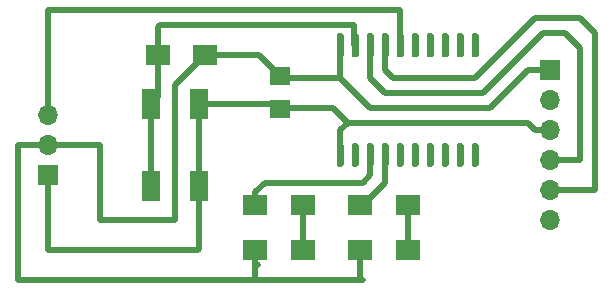
<source format=gbr>
%TF.GenerationSoftware,KiCad,Pcbnew,(5.1.9)-1*%
%TF.CreationDate,2021-01-19T17:00:51-05:00*%
%TF.ProjectId,Blinkbutton1616,426c696e-6b62-4757-9474-6f6e31363136,rev?*%
%TF.SameCoordinates,Original*%
%TF.FileFunction,Copper,L1,Top*%
%TF.FilePolarity,Positive*%
%FSLAX46Y46*%
G04 Gerber Fmt 4.6, Leading zero omitted, Abs format (unit mm)*
G04 Created by KiCad (PCBNEW (5.1.9)-1) date 2021-01-19 17:00:51*
%MOMM*%
%LPD*%
G01*
G04 APERTURE LIST*
%TA.AperFunction,ComponentPad*%
%ADD10O,1.700000X1.700000*%
%TD*%
%TA.AperFunction,ComponentPad*%
%ADD11R,1.700000X1.700000*%
%TD*%
%TA.AperFunction,SMDPad,CuDef*%
%ADD12R,1.500000X2.500000*%
%TD*%
%TA.AperFunction,SMDPad,CuDef*%
%ADD13R,2.000000X1.700000*%
%TD*%
%TA.AperFunction,SMDPad,CuDef*%
%ADD14R,1.798320X1.597660*%
%TD*%
%TA.AperFunction,Conductor*%
%ADD15C,0.500000*%
%TD*%
%TA.AperFunction,Conductor*%
%ADD16C,0.250000*%
%TD*%
G04 APERTURE END LIST*
%TO.P,U1,20*%
%TO.N,GND*%
%TA.AperFunction,SMDPad,CuDef*%
G36*
G01*
X140485000Y-114485000D02*
X140185000Y-114485000D01*
G75*
G02*
X140035000Y-114335000I0J150000D01*
G01*
X140035000Y-112585000D01*
G75*
G02*
X140185000Y-112435000I150000J0D01*
G01*
X140485000Y-112435000D01*
G75*
G02*
X140635000Y-112585000I0J-150000D01*
G01*
X140635000Y-114335000D01*
G75*
G02*
X140485000Y-114485000I-150000J0D01*
G01*
G37*
%TD.AperFunction*%
%TO.P,U1,19*%
%TO.N,Net-(R1-Pad1)*%
%TA.AperFunction,SMDPad,CuDef*%
G36*
G01*
X141755000Y-114485000D02*
X141455000Y-114485000D01*
G75*
G02*
X141305000Y-114335000I0J150000D01*
G01*
X141305000Y-112585000D01*
G75*
G02*
X141455000Y-112435000I150000J0D01*
G01*
X141755000Y-112435000D01*
G75*
G02*
X141905000Y-112585000I0J-150000D01*
G01*
X141905000Y-114335000D01*
G75*
G02*
X141755000Y-114485000I-150000J0D01*
G01*
G37*
%TD.AperFunction*%
%TO.P,U1,18*%
%TO.N,TX*%
%TA.AperFunction,SMDPad,CuDef*%
G36*
G01*
X143025000Y-114485000D02*
X142725000Y-114485000D01*
G75*
G02*
X142575000Y-114335000I0J150000D01*
G01*
X142575000Y-112585000D01*
G75*
G02*
X142725000Y-112435000I150000J0D01*
G01*
X143025000Y-112435000D01*
G75*
G02*
X143175000Y-112585000I0J-150000D01*
G01*
X143175000Y-114335000D01*
G75*
G02*
X143025000Y-114485000I-150000J0D01*
G01*
G37*
%TD.AperFunction*%
%TO.P,U1,17*%
%TO.N,RX*%
%TA.AperFunction,SMDPad,CuDef*%
G36*
G01*
X144295000Y-114485000D02*
X143995000Y-114485000D01*
G75*
G02*
X143845000Y-114335000I0J150000D01*
G01*
X143845000Y-112585000D01*
G75*
G02*
X143995000Y-112435000I150000J0D01*
G01*
X144295000Y-112435000D01*
G75*
G02*
X144445000Y-112585000I0J-150000D01*
G01*
X144445000Y-114335000D01*
G75*
G02*
X144295000Y-114485000I-150000J0D01*
G01*
G37*
%TD.AperFunction*%
%TO.P,U1,16*%
%TO.N,Net-(J1-Pad3)*%
%TA.AperFunction,SMDPad,CuDef*%
G36*
G01*
X145565000Y-114485000D02*
X145265000Y-114485000D01*
G75*
G02*
X145115000Y-114335000I0J150000D01*
G01*
X145115000Y-112585000D01*
G75*
G02*
X145265000Y-112435000I150000J0D01*
G01*
X145565000Y-112435000D01*
G75*
G02*
X145715000Y-112585000I0J-150000D01*
G01*
X145715000Y-114335000D01*
G75*
G02*
X145565000Y-114485000I-150000J0D01*
G01*
G37*
%TD.AperFunction*%
%TO.P,U1,15*%
%TO.N,Net-(U1-Pad15)*%
%TA.AperFunction,SMDPad,CuDef*%
G36*
G01*
X146835000Y-114485000D02*
X146535000Y-114485000D01*
G75*
G02*
X146385000Y-114335000I0J150000D01*
G01*
X146385000Y-112585000D01*
G75*
G02*
X146535000Y-112435000I150000J0D01*
G01*
X146835000Y-112435000D01*
G75*
G02*
X146985000Y-112585000I0J-150000D01*
G01*
X146985000Y-114335000D01*
G75*
G02*
X146835000Y-114485000I-150000J0D01*
G01*
G37*
%TD.AperFunction*%
%TO.P,U1,14*%
%TO.N,Net-(U1-Pad14)*%
%TA.AperFunction,SMDPad,CuDef*%
G36*
G01*
X148105000Y-114485000D02*
X147805000Y-114485000D01*
G75*
G02*
X147655000Y-114335000I0J150000D01*
G01*
X147655000Y-112585000D01*
G75*
G02*
X147805000Y-112435000I150000J0D01*
G01*
X148105000Y-112435000D01*
G75*
G02*
X148255000Y-112585000I0J-150000D01*
G01*
X148255000Y-114335000D01*
G75*
G02*
X148105000Y-114485000I-150000J0D01*
G01*
G37*
%TD.AperFunction*%
%TO.P,U1,13*%
%TO.N,Net-(U1-Pad13)*%
%TA.AperFunction,SMDPad,CuDef*%
G36*
G01*
X149375000Y-114485000D02*
X149075000Y-114485000D01*
G75*
G02*
X148925000Y-114335000I0J150000D01*
G01*
X148925000Y-112585000D01*
G75*
G02*
X149075000Y-112435000I150000J0D01*
G01*
X149375000Y-112435000D01*
G75*
G02*
X149525000Y-112585000I0J-150000D01*
G01*
X149525000Y-114335000D01*
G75*
G02*
X149375000Y-114485000I-150000J0D01*
G01*
G37*
%TD.AperFunction*%
%TO.P,U1,12*%
%TO.N,Net-(U1-Pad12)*%
%TA.AperFunction,SMDPad,CuDef*%
G36*
G01*
X150645000Y-114485000D02*
X150345000Y-114485000D01*
G75*
G02*
X150195000Y-114335000I0J150000D01*
G01*
X150195000Y-112585000D01*
G75*
G02*
X150345000Y-112435000I150000J0D01*
G01*
X150645000Y-112435000D01*
G75*
G02*
X150795000Y-112585000I0J-150000D01*
G01*
X150795000Y-114335000D01*
G75*
G02*
X150645000Y-114485000I-150000J0D01*
G01*
G37*
%TD.AperFunction*%
%TO.P,U1,11*%
%TO.N,Net-(U1-Pad11)*%
%TA.AperFunction,SMDPad,CuDef*%
G36*
G01*
X151915000Y-114485000D02*
X151615000Y-114485000D01*
G75*
G02*
X151465000Y-114335000I0J150000D01*
G01*
X151465000Y-112585000D01*
G75*
G02*
X151615000Y-112435000I150000J0D01*
G01*
X151915000Y-112435000D01*
G75*
G02*
X152065000Y-112585000I0J-150000D01*
G01*
X152065000Y-114335000D01*
G75*
G02*
X151915000Y-114485000I-150000J0D01*
G01*
G37*
%TD.AperFunction*%
%TO.P,U1,10*%
%TO.N,Net-(U1-Pad10)*%
%TA.AperFunction,SMDPad,CuDef*%
G36*
G01*
X151915000Y-123785000D02*
X151615000Y-123785000D01*
G75*
G02*
X151465000Y-123635000I0J150000D01*
G01*
X151465000Y-121885000D01*
G75*
G02*
X151615000Y-121735000I150000J0D01*
G01*
X151915000Y-121735000D01*
G75*
G02*
X152065000Y-121885000I0J-150000D01*
G01*
X152065000Y-123635000D01*
G75*
G02*
X151915000Y-123785000I-150000J0D01*
G01*
G37*
%TD.AperFunction*%
%TO.P,U1,9*%
%TO.N,Net-(U1-Pad9)*%
%TA.AperFunction,SMDPad,CuDef*%
G36*
G01*
X150645000Y-123785000D02*
X150345000Y-123785000D01*
G75*
G02*
X150195000Y-123635000I0J150000D01*
G01*
X150195000Y-121885000D01*
G75*
G02*
X150345000Y-121735000I150000J0D01*
G01*
X150645000Y-121735000D01*
G75*
G02*
X150795000Y-121885000I0J-150000D01*
G01*
X150795000Y-123635000D01*
G75*
G02*
X150645000Y-123785000I-150000J0D01*
G01*
G37*
%TD.AperFunction*%
%TO.P,U1,8*%
%TO.N,Net-(U1-Pad8)*%
%TA.AperFunction,SMDPad,CuDef*%
G36*
G01*
X149375000Y-123785000D02*
X149075000Y-123785000D01*
G75*
G02*
X148925000Y-123635000I0J150000D01*
G01*
X148925000Y-121885000D01*
G75*
G02*
X149075000Y-121735000I150000J0D01*
G01*
X149375000Y-121735000D01*
G75*
G02*
X149525000Y-121885000I0J-150000D01*
G01*
X149525000Y-123635000D01*
G75*
G02*
X149375000Y-123785000I-150000J0D01*
G01*
G37*
%TD.AperFunction*%
%TO.P,U1,7*%
%TO.N,Net-(U1-Pad7)*%
%TA.AperFunction,SMDPad,CuDef*%
G36*
G01*
X148105000Y-123785000D02*
X147805000Y-123785000D01*
G75*
G02*
X147655000Y-123635000I0J150000D01*
G01*
X147655000Y-121885000D01*
G75*
G02*
X147805000Y-121735000I150000J0D01*
G01*
X148105000Y-121735000D01*
G75*
G02*
X148255000Y-121885000I0J-150000D01*
G01*
X148255000Y-123635000D01*
G75*
G02*
X148105000Y-123785000I-150000J0D01*
G01*
G37*
%TD.AperFunction*%
%TO.P,U1,6*%
%TO.N,Net-(U1-Pad6)*%
%TA.AperFunction,SMDPad,CuDef*%
G36*
G01*
X146835000Y-123785000D02*
X146535000Y-123785000D01*
G75*
G02*
X146385000Y-123635000I0J150000D01*
G01*
X146385000Y-121885000D01*
G75*
G02*
X146535000Y-121735000I150000J0D01*
G01*
X146835000Y-121735000D01*
G75*
G02*
X146985000Y-121885000I0J-150000D01*
G01*
X146985000Y-123635000D01*
G75*
G02*
X146835000Y-123785000I-150000J0D01*
G01*
G37*
%TD.AperFunction*%
%TO.P,U1,5*%
%TO.N,Net-(U1-Pad5)*%
%TA.AperFunction,SMDPad,CuDef*%
G36*
G01*
X145565000Y-123785000D02*
X145265000Y-123785000D01*
G75*
G02*
X145115000Y-123635000I0J150000D01*
G01*
X145115000Y-121885000D01*
G75*
G02*
X145265000Y-121735000I150000J0D01*
G01*
X145565000Y-121735000D01*
G75*
G02*
X145715000Y-121885000I0J-150000D01*
G01*
X145715000Y-123635000D01*
G75*
G02*
X145565000Y-123785000I-150000J0D01*
G01*
G37*
%TD.AperFunction*%
%TO.P,U1,4*%
%TO.N,LED2*%
%TA.AperFunction,SMDPad,CuDef*%
G36*
G01*
X144295000Y-123785000D02*
X143995000Y-123785000D01*
G75*
G02*
X143845000Y-123635000I0J150000D01*
G01*
X143845000Y-121885000D01*
G75*
G02*
X143995000Y-121735000I150000J0D01*
G01*
X144295000Y-121735000D01*
G75*
G02*
X144445000Y-121885000I0J-150000D01*
G01*
X144445000Y-123635000D01*
G75*
G02*
X144295000Y-123785000I-150000J0D01*
G01*
G37*
%TD.AperFunction*%
%TO.P,U1,3*%
%TO.N,LED1*%
%TA.AperFunction,SMDPad,CuDef*%
G36*
G01*
X143025000Y-123785000D02*
X142725000Y-123785000D01*
G75*
G02*
X142575000Y-123635000I0J150000D01*
G01*
X142575000Y-121885000D01*
G75*
G02*
X142725000Y-121735000I150000J0D01*
G01*
X143025000Y-121735000D01*
G75*
G02*
X143175000Y-121885000I0J-150000D01*
G01*
X143175000Y-123635000D01*
G75*
G02*
X143025000Y-123785000I-150000J0D01*
G01*
G37*
%TD.AperFunction*%
%TO.P,U1,2*%
%TO.N,Net-(U1-Pad2)*%
%TA.AperFunction,SMDPad,CuDef*%
G36*
G01*
X141755000Y-123785000D02*
X141455000Y-123785000D01*
G75*
G02*
X141305000Y-123635000I0J150000D01*
G01*
X141305000Y-121885000D01*
G75*
G02*
X141455000Y-121735000I150000J0D01*
G01*
X141755000Y-121735000D01*
G75*
G02*
X141905000Y-121885000I0J-150000D01*
G01*
X141905000Y-123635000D01*
G75*
G02*
X141755000Y-123785000I-150000J0D01*
G01*
G37*
%TD.AperFunction*%
%TO.P,U1,1*%
%TO.N,VCC*%
%TA.AperFunction,SMDPad,CuDef*%
G36*
G01*
X140485000Y-123785000D02*
X140185000Y-123785000D01*
G75*
G02*
X140035000Y-123635000I0J150000D01*
G01*
X140035000Y-121885000D01*
G75*
G02*
X140185000Y-121735000I150000J0D01*
G01*
X140485000Y-121735000D01*
G75*
G02*
X140635000Y-121885000I0J-150000D01*
G01*
X140635000Y-123635000D01*
G75*
G02*
X140485000Y-123785000I-150000J0D01*
G01*
G37*
%TD.AperFunction*%
%TD*%
D10*
%TO.P,J2,6*%
%TO.N,Net-(J2-Pad6)*%
X158115000Y-128270000D03*
%TO.P,J2,5*%
%TO.N,RX*%
X158115000Y-125730000D03*
%TO.P,J2,4*%
%TO.N,TX*%
X158115000Y-123190000D03*
%TO.P,J2,3*%
%TO.N,VCC*%
X158115000Y-120650000D03*
%TO.P,J2,2*%
%TO.N,Net-(J2-Pad2)*%
X158115000Y-118110000D03*
D11*
%TO.P,J2,1*%
%TO.N,GND*%
X158115000Y-115570000D03*
%TD*%
D10*
%TO.P,J1,3*%
%TO.N,Net-(J1-Pad3)*%
X115570000Y-119380000D03*
%TO.P,J1,2*%
%TO.N,GND*%
X115570000Y-121920000D03*
D11*
%TO.P,J1,1*%
%TO.N,VCC*%
X115570000Y-124460000D03*
%TD*%
D12*
%TO.P,SW1,1*%
%TO.N,VCC*%
X128365000Y-118420000D03*
X128365000Y-125420000D03*
%TO.P,SW1,2*%
%TO.N,Net-(R1-Pad1)*%
X124365000Y-118420000D03*
X124365000Y-125420000D03*
%TD*%
D13*
%TO.P,R3,1*%
%TO.N,LED2*%
X142050000Y-127000000D03*
%TO.P,R3,2*%
%TO.N,Net-(D2-Pad2)*%
X146050000Y-127000000D03*
%TD*%
%TO.P,R2,1*%
%TO.N,LED1*%
X133160000Y-127000000D03*
%TO.P,R2,2*%
%TO.N,Net-(D1-Pad2)*%
X137160000Y-127000000D03*
%TD*%
%TO.P,R1,1*%
%TO.N,Net-(R1-Pad1)*%
X124905000Y-114300000D03*
%TO.P,R1,2*%
%TO.N,GND*%
X128905000Y-114300000D03*
%TD*%
%TO.P,D2,1*%
%TO.N,GND*%
X142050000Y-130810000D03*
%TO.P,D2,2*%
%TO.N,Net-(D2-Pad2)*%
X146050000Y-130810000D03*
%TD*%
%TO.P,D1,1*%
%TO.N,GND*%
X133160000Y-130810000D03*
%TO.P,D1,2*%
%TO.N,Net-(D1-Pad2)*%
X137160000Y-130810000D03*
%TD*%
D14*
%TO.P,C1,2*%
%TO.N,GND*%
X135255000Y-116075460D03*
%TO.P,C1,1*%
%TO.N,VCC*%
X135255000Y-118874540D03*
%TD*%
D15*
%TO.N,GND*%
X126365000Y-116840000D02*
X128905000Y-114300000D01*
X126365000Y-128270000D02*
X126365000Y-116840000D01*
X120015000Y-128270000D02*
X126365000Y-128270000D01*
X120015000Y-121920000D02*
X120015000Y-128270000D01*
X115570000Y-121920000D02*
X120015000Y-121920000D01*
X133479540Y-114300000D02*
X135255000Y-116075460D01*
X128905000Y-114300000D02*
X133479540Y-114300000D01*
X133160000Y-131890000D02*
X133350000Y-132080000D01*
X133160000Y-130810000D02*
X133160000Y-133160000D01*
X142050000Y-130810000D02*
X142050000Y-133160000D01*
X113030000Y-121920000D02*
X115570000Y-121920000D01*
X113030000Y-133350000D02*
X113030000Y-121920000D01*
X142240000Y-133350000D02*
X113030000Y-133350000D01*
X158115000Y-115570000D02*
X156210000Y-115570000D01*
X153670000Y-118110000D02*
X156210000Y-115570000D01*
X142875000Y-118745000D02*
X140335000Y-116205000D01*
X140335000Y-113460000D02*
X140335000Y-116205000D01*
X153670000Y-118110000D02*
X153035000Y-118745000D01*
X142875000Y-118745000D02*
X153035000Y-118745000D01*
X135384540Y-116205000D02*
X135255000Y-116075460D01*
X140335000Y-116205000D02*
X135384540Y-116205000D01*
D16*
%TO.N,VCC*%
X128270000Y-125515000D02*
X128365000Y-125420000D01*
X128270000Y-130810000D02*
X128270000Y-125515000D01*
D15*
X128365000Y-125420000D02*
X128365000Y-130715000D01*
X115570000Y-130810000D02*
X115570000Y-124460000D01*
X128270000Y-130810000D02*
X128365000Y-130715000D01*
X115570000Y-130810000D02*
X128270000Y-130810000D01*
X128365000Y-118420000D02*
X128365000Y-125420000D01*
X134800460Y-118420000D02*
X135255000Y-118874540D01*
X128365000Y-118420000D02*
X134800460Y-118420000D01*
X140335000Y-120650000D02*
X140970000Y-120015000D01*
X140335000Y-122760000D02*
X140335000Y-120650000D01*
X156845000Y-120650000D02*
X156210000Y-120015000D01*
X158115000Y-120650000D02*
X156845000Y-120650000D01*
X140970000Y-120015000D02*
X156210000Y-120015000D01*
X135384540Y-118745000D02*
X135255000Y-118874540D01*
X139700000Y-118745000D02*
X135384540Y-118745000D01*
X140970000Y-120015000D02*
X139700000Y-118745000D01*
%TO.N,Net-(D1-Pad2)*%
X137160000Y-127000000D02*
X137160000Y-130810000D01*
%TO.N,Net-(D2-Pad2)*%
X146050000Y-127000000D02*
X146050000Y-130810000D01*
%TO.N,Net-(J1-Pad3)*%
X145415000Y-111125000D02*
X145415000Y-112825000D01*
X145415000Y-110490000D02*
X115570000Y-110490000D01*
X145415000Y-113460000D02*
X145415000Y-110490000D01*
X115570000Y-110490000D02*
X115570000Y-111760000D01*
X115570000Y-111760000D02*
X115570000Y-111125000D01*
X115570000Y-119380000D02*
X115570000Y-111760000D01*
%TO.N,RX*%
X159385000Y-125730000D02*
X158115000Y-125730000D01*
X144145000Y-115570000D02*
X144145000Y-113460000D01*
X144780000Y-116205000D02*
X144145000Y-115570000D01*
X151765000Y-116205000D02*
X144780000Y-116205000D01*
X156845000Y-111125000D02*
X151765000Y-116205000D01*
X160655000Y-111125000D02*
X156845000Y-111125000D01*
X161925000Y-112395000D02*
X160655000Y-111125000D01*
X161925000Y-125730000D02*
X161925000Y-112395000D01*
X158750000Y-125730000D02*
X161925000Y-125730000D01*
%TO.N,TX*%
X159385000Y-123190000D02*
X158115000Y-123190000D01*
X142875000Y-116205000D02*
X142875000Y-113460000D01*
X144145000Y-117475000D02*
X142875000Y-116205000D01*
X152400000Y-117475000D02*
X144145000Y-117475000D01*
X157480000Y-112395000D02*
X152400000Y-117475000D01*
X159385000Y-112395000D02*
X157480000Y-112395000D01*
X160655000Y-113665000D02*
X159385000Y-112395000D01*
X160655000Y-123190000D02*
X160655000Y-113665000D01*
X158750000Y-123190000D02*
X160655000Y-123190000D01*
%TO.N,Net-(R1-Pad1)*%
X124365000Y-125420000D02*
X124365000Y-118420000D01*
X124905000Y-117880000D02*
X124365000Y-118420000D01*
X124905000Y-114300000D02*
X124905000Y-117880000D01*
X141548524Y-113403524D02*
X141605000Y-113460000D01*
X141548524Y-111760000D02*
X141548524Y-113403524D01*
X125095000Y-111760000D02*
X141548524Y-111760000D01*
X124905000Y-111950000D02*
X125095000Y-111760000D01*
X124905000Y-114300000D02*
X124905000Y-111950000D01*
%TO.N,LED1*%
X133160000Y-125920000D02*
X133160000Y-127000000D01*
X133985000Y-125095000D02*
X133160000Y-125920000D01*
X142240000Y-125095000D02*
X133985000Y-125095000D01*
X142875000Y-124460000D02*
X142240000Y-125095000D01*
X142875000Y-122760000D02*
X142875000Y-124460000D01*
%TO.N,LED2*%
X142240000Y-127000000D02*
X142050000Y-127000000D01*
X144145000Y-125095000D02*
X142240000Y-127000000D01*
X144145000Y-122760000D02*
X144145000Y-125095000D01*
%TD*%
M02*

</source>
